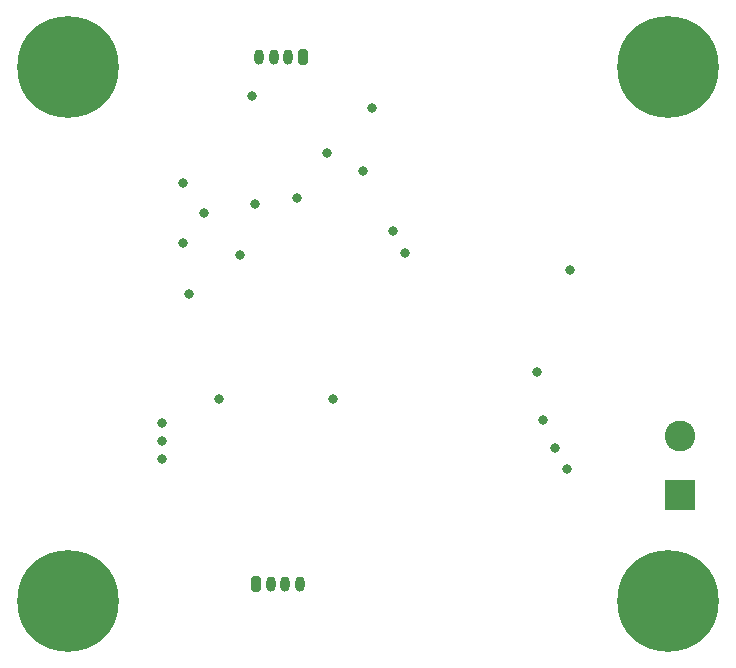
<source format=gbr>
%TF.GenerationSoftware,KiCad,Pcbnew,(6.0.4)*%
%TF.CreationDate,2022-04-20T17:17:18+03:00*%
%TF.ProjectId,STM32F4_Buck_Converter,53544d33-3246-4345-9f42-75636b5f436f,rev?*%
%TF.SameCoordinates,Original*%
%TF.FileFunction,Copper,L4,Bot*%
%TF.FilePolarity,Positive*%
%FSLAX46Y46*%
G04 Gerber Fmt 4.6, Leading zero omitted, Abs format (unit mm)*
G04 Created by KiCad (PCBNEW (6.0.4)) date 2022-04-20 17:17:18*
%MOMM*%
%LPD*%
G01*
G04 APERTURE LIST*
G04 Aperture macros list*
%AMRoundRect*
0 Rectangle with rounded corners*
0 $1 Rounding radius*
0 $2 $3 $4 $5 $6 $7 $8 $9 X,Y pos of 4 corners*
0 Add a 4 corners polygon primitive as box body*
4,1,4,$2,$3,$4,$5,$6,$7,$8,$9,$2,$3,0*
0 Add four circle primitives for the rounded corners*
1,1,$1+$1,$2,$3*
1,1,$1+$1,$4,$5*
1,1,$1+$1,$6,$7*
1,1,$1+$1,$8,$9*
0 Add four rect primitives between the rounded corners*
20,1,$1+$1,$2,$3,$4,$5,0*
20,1,$1+$1,$4,$5,$6,$7,0*
20,1,$1+$1,$6,$7,$8,$9,0*
20,1,$1+$1,$8,$9,$2,$3,0*%
G04 Aperture macros list end*
%TA.AperFunction,ComponentPad*%
%ADD10C,0.900000*%
%TD*%
%TA.AperFunction,ComponentPad*%
%ADD11C,8.600000*%
%TD*%
%TA.AperFunction,ComponentPad*%
%ADD12R,2.600000X2.600000*%
%TD*%
%TA.AperFunction,ComponentPad*%
%ADD13C,2.600000*%
%TD*%
%TA.AperFunction,ComponentPad*%
%ADD14RoundRect,0.200000X0.200000X0.450000X-0.200000X0.450000X-0.200000X-0.450000X0.200000X-0.450000X0*%
%TD*%
%TA.AperFunction,ComponentPad*%
%ADD15O,0.800000X1.300000*%
%TD*%
%TA.AperFunction,ComponentPad*%
%ADD16RoundRect,0.200000X-0.200000X-0.450000X0.200000X-0.450000X0.200000X0.450000X-0.200000X0.450000X0*%
%TD*%
%TA.AperFunction,ViaPad*%
%ADD17C,0.800000*%
%TD*%
G04 APERTURE END LIST*
D10*
%TO.P,H4,1,1*%
%TO.N,GND*%
X148750000Y-79725000D03*
X151030419Y-74219581D03*
D11*
X148750000Y-76500000D03*
D10*
X145525000Y-76500000D03*
X151030419Y-78780419D03*
X151975000Y-76500000D03*
X146469581Y-78780419D03*
X148750000Y-73275000D03*
X146469581Y-74219581D03*
%TD*%
D12*
%TO.P,J1,1,Pin_1*%
%TO.N,+12V*%
X149805000Y-112750000D03*
D13*
%TO.P,J1,2,Pin_2*%
%TO.N,GND*%
X149805000Y-107750000D03*
%TD*%
D14*
%TO.P,J3,1,Pin_1*%
%TO.N,+3V3*%
X117875000Y-75700000D03*
D15*
%TO.P,J3,2,Pin_2*%
%TO.N,I2C1_SCL*%
X116625000Y-75700000D03*
%TO.P,J3,3,Pin_3*%
%TO.N,IC21_SDA*%
X115375000Y-75700000D03*
%TO.P,J3,4,Pin_4*%
%TO.N,GND*%
X114125000Y-75700000D03*
%TD*%
D10*
%TO.P,H3,1,1*%
%TO.N,GND*%
X146469581Y-119469581D03*
D11*
X148750000Y-121750000D03*
D10*
X145525000Y-121750000D03*
X146469581Y-124030419D03*
X151975000Y-121750000D03*
X148750000Y-124975000D03*
X148750000Y-118525000D03*
X151030419Y-119469581D03*
X151030419Y-124030419D03*
%TD*%
D16*
%TO.P,J4,1,Pin_1*%
%TO.N,+3V3*%
X113875000Y-120300000D03*
D15*
%TO.P,J4,2,Pin_2*%
%TO.N,USART3_RX*%
X115125000Y-120300000D03*
%TO.P,J4,3,Pin_3*%
%TO.N,USART3_TX*%
X116375000Y-120300000D03*
%TO.P,J4,4,Pin_4*%
%TO.N,GND*%
X117625000Y-120300000D03*
%TD*%
D10*
%TO.P,H2,1,1*%
%TO.N,GND*%
X101225000Y-76500000D03*
X100280419Y-74219581D03*
X94775000Y-76500000D03*
X95719581Y-78780419D03*
X100280419Y-78780419D03*
X98000000Y-73275000D03*
D11*
X98000000Y-76500000D03*
D10*
X98000000Y-79725000D03*
X95719581Y-74219581D03*
%TD*%
%TO.P,H1,1,1*%
%TO.N,GND*%
X101225000Y-121750000D03*
X98000000Y-124975000D03*
X100280419Y-119469581D03*
X98000000Y-118525000D03*
X100280419Y-124030419D03*
D11*
X98000000Y-121750000D03*
D10*
X95719581Y-124030419D03*
X95719581Y-119469581D03*
X94775000Y-121750000D03*
%TD*%
D17*
%TO.N,GND*%
X112522000Y-92456000D03*
X139207192Y-108747872D03*
X105918000Y-109728000D03*
X140462000Y-93726000D03*
X107696000Y-86360000D03*
X137668000Y-102362000D03*
X113538000Y-78994000D03*
X126492000Y-92250500D03*
X140200000Y-110562500D03*
X105918000Y-106680000D03*
X120396000Y-104648000D03*
X138176000Y-106426000D03*
X110744000Y-104648000D03*
%TO.N,+3V3*%
X125476000Y-90424000D03*
X122936000Y-85344000D03*
X109499500Y-88900000D03*
X107696000Y-91440000D03*
%TO.N,SWO*%
X119888000Y-83820000D03*
X117348000Y-87630000D03*
%TO.N,NRST*%
X123698000Y-80010000D03*
X108204000Y-95758000D03*
%TO.N,Net-(R7-Pad2)*%
X113792000Y-88138000D03*
X105918000Y-108204000D03*
%TD*%
M02*

</source>
